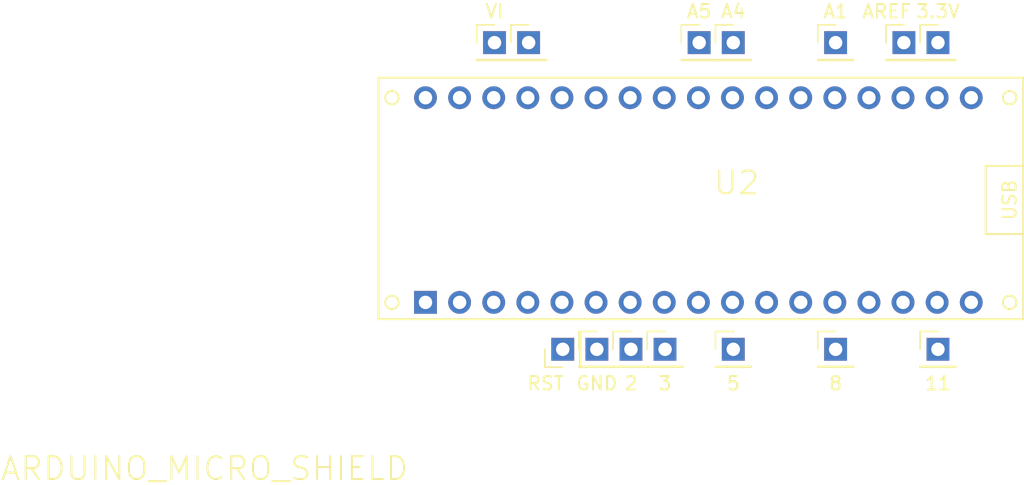
<source format=kicad_pcb>
(kicad_pcb (version 20171130) (host pcbnew "(5.1.8)-1")

  (general
    (thickness 1.6)
    (drawings 0)
    (tracks 0)
    (zones 0)
    (modules 15)
    (nets 31)
  )

  (page A4)
  (title_block
    (title "Arduino micro")
    (date 2020-11-22)
    (company "UPCH - PUCO")
  )

  (layers
    (0 F.Cu signal)
    (31 B.Cu signal)
    (32 B.Adhes user)
    (33 F.Adhes user)
    (34 B.Paste user)
    (35 F.Paste user)
    (36 B.SilkS user)
    (37 F.SilkS user)
    (38 B.Mask user)
    (39 F.Mask user)
    (40 Dwgs.User user)
    (41 Cmts.User user)
    (42 Eco1.User user)
    (43 Eco2.User user)
    (44 Edge.Cuts user)
    (45 Margin user)
    (46 B.CrtYd user)
    (47 F.CrtYd user)
    (48 B.Fab user)
    (49 F.Fab user)
  )

  (setup
    (last_trace_width 0.25)
    (trace_clearance 0.2)
    (zone_clearance 0.508)
    (zone_45_only no)
    (trace_min 0.2)
    (via_size 0.8)
    (via_drill 0.4)
    (via_min_size 0.4)
    (via_min_drill 0.3)
    (uvia_size 0.3)
    (uvia_drill 0.1)
    (uvias_allowed no)
    (uvia_min_size 0.2)
    (uvia_min_drill 0.1)
    (edge_width 0.05)
    (segment_width 0.2)
    (pcb_text_width 0.3)
    (pcb_text_size 1.5 1.5)
    (mod_edge_width 0.12)
    (mod_text_size 1 1)
    (mod_text_width 0.15)
    (pad_size 1.524 1.524)
    (pad_drill 0.762)
    (pad_to_mask_clearance 0)
    (aux_axis_origin 0 0)
    (visible_elements 7FFFFFFF)
    (pcbplotparams
      (layerselection 0x010fc_ffffffff)
      (usegerberextensions false)
      (usegerberattributes true)
      (usegerberadvancedattributes true)
      (creategerberjobfile true)
      (excludeedgelayer true)
      (linewidth 0.100000)
      (plotframeref false)
      (viasonmask false)
      (mode 1)
      (useauxorigin false)
      (hpglpennumber 1)
      (hpglpenspeed 20)
      (hpglpendiameter 15.000000)
      (psnegative false)
      (psa4output false)
      (plotreference true)
      (plotvalue true)
      (plotinvisibletext false)
      (padsonsilk false)
      (subtractmaskfromsilk false)
      (outputformat 1)
      (mirror false)
      (drillshape 1)
      (scaleselection 1)
      (outputdirectory ""))
  )

  (net 0 "")
  (net 1 "Net-(U2-PadRST)")
  (net 2 "Net-(U2-PadSCK)")
  (net 3 "Net-(U2-PadMI)")
  (net 4 "Net-(U2-PadGND)")
  (net 5 "Net-(U2-Pad5V)")
  (net 6 "Net-(U2-PadNC)")
  (net 7 "Net-(U2-PadA3)")
  (net 8 "Net-(U2-PadA2)")
  (net 9 "Net-(U2-PadA0)")
  (net 10 GND)
  (net 11 "Net-(U2-PadMO)")
  (net 12 "Net-(U2-PadSS)")
  (net 13 "Net-(U2-PadTX)")
  (net 14 "Net-(U2-PadRX)")
  (net 15 "Net-(U2-Pad2)")
  (net 16 "Net-(U2-Pad3)")
  (net 17 "Net-(U2-Pad4)")
  (net 18 "Net-(U2-Pad5)")
  (net 19 "Net-(U2-Pad6)")
  (net 20 "Net-(U2-Pad7)")
  (net 21 "Net-(U2-Pad8)")
  (net 22 "Net-(U2-Pad9)")
  (net 23 "Net-(U2-Pad10)")
  (net 24 "Net-(U2-Pad11)")
  (net 25 "Net-(U2-PadVI)")
  (net 26 "Net-(U2-PadA5)")
  (net 27 "Net-(U2-PadA4)")
  (net 28 "Net-(U2-PadA1)")
  (net 29 "Net-(U2-PadAREF)")
  (net 30 "Net-(U2-Pad3.3V)")

  (net_class Default "This is the default net class."
    (clearance 0.2)
    (trace_width 0.25)
    (via_dia 0.8)
    (via_drill 0.4)
    (uvia_dia 0.3)
    (uvia_drill 0.1)
    (add_net GND)
    (add_net "Net-(U2-Pad10)")
    (add_net "Net-(U2-Pad11)")
    (add_net "Net-(U2-Pad2)")
    (add_net "Net-(U2-Pad3)")
    (add_net "Net-(U2-Pad3.3V)")
    (add_net "Net-(U2-Pad4)")
    (add_net "Net-(U2-Pad5)")
    (add_net "Net-(U2-Pad5V)")
    (add_net "Net-(U2-Pad6)")
    (add_net "Net-(U2-Pad7)")
    (add_net "Net-(U2-Pad8)")
    (add_net "Net-(U2-Pad9)")
    (add_net "Net-(U2-PadA0)")
    (add_net "Net-(U2-PadA1)")
    (add_net "Net-(U2-PadA2)")
    (add_net "Net-(U2-PadA3)")
    (add_net "Net-(U2-PadA4)")
    (add_net "Net-(U2-PadA5)")
    (add_net "Net-(U2-PadAREF)")
    (add_net "Net-(U2-PadGND)")
    (add_net "Net-(U2-PadMI)")
    (add_net "Net-(U2-PadMO)")
    (add_net "Net-(U2-PadNC)")
    (add_net "Net-(U2-PadRST)")
    (add_net "Net-(U2-PadRX)")
    (add_net "Net-(U2-PadSCK)")
    (add_net "Net-(U2-PadSS)")
    (add_net "Net-(U2-PadTX)")
    (add_net "Net-(U2-PadVI)")
  )

  (module arduino_micro_shield:ARDUINO_MICRO_SHIELD (layer F.Cu) (tedit 5AD0BFAC) (tstamp 5FBC5D03)
    (at 109.47 105.705001)
    (tags "ARDUINO, MICRO")
    (path /5FBBB9F4)
    (fp_text reference U2 (at 26.67 -10.16) (layer F.SilkS)
      (effects (font (size 1.7 1.7) (thickness 0.15)))
    )
    (fp_text value ARDUINO_MICRO_SHIELD (at -12.95 11.134999) (layer F.SilkS)
      (effects (font (size 1.7 1.7) (thickness 0.15)))
    )
    (fp_circle (center 1 -1.254) (end 1.5 -1.254) (layer F.SilkS) (width 0.15))
    (fp_circle (center 1 -16.51) (end 1.5 -16.51) (layer F.SilkS) (width 0.15))
    (fp_circle (center 47 -1.254) (end 47.5 -1.254) (layer F.SilkS) (width 0.15))
    (fp_circle (center 47 -16.51) (end 47.5 -16.51) (layer F.SilkS) (width 0.15))
    (fp_line (start 0 -18) (end 48 -18) (layer F.SilkS) (width 0.15))
    (fp_line (start 48 -18) (end 48 0) (layer F.SilkS) (width 0.15))
    (fp_line (start 48 0) (end 0 0) (layer F.SilkS) (width 0.15))
    (fp_line (start 0 0) (end 0 -18) (layer F.SilkS) (width 0.15))
    (fp_line (start 48.006 -6.35) (end 45.212 -6.35) (layer F.SilkS) (width 0.15))
    (fp_line (start 45.212 -6.35) (end 45.212 -11.43) (layer F.SilkS) (width 0.15))
    (fp_line (start 45.212 -11.43) (end 48.006 -11.43) (layer F.SilkS) (width 0.15))
    (fp_text user USB (at 46.99 -8.89 90) (layer F.SilkS)
      (effects (font (size 1 1) (thickness 0.15)))
    )
    (pad SCK thru_hole circle (at 3.5 -16.51) (size 1.7 1.7) (drill 1) (layers *.Cu *.Mask)
      (net 2 "Net-(U2-PadSCK)"))
    (pad MI thru_hole circle (at 6.04 -16.51) (size 1.7 1.7) (drill 1) (layers *.Cu *.Mask)
      (net 3 "Net-(U2-PadMI)"))
    (pad VI thru_hole circle (at 8.58 -16.51) (size 1.7 1.7) (drill 1) (layers *.Cu *.Mask)
      (net 25 "Net-(U2-PadVI)"))
    (pad GND thru_hole circle (at 11.12 -16.51) (size 1.7 1.7) (drill 1) (layers *.Cu *.Mask)
      (net 4 "Net-(U2-PadGND)"))
    (pad RST thru_hole circle (at 13.66 -16.51) (size 1.7 1.7) (drill 1) (layers *.Cu *.Mask)
      (net 1 "Net-(U2-PadRST)"))
    (pad 5V thru_hole circle (at 16.2 -16.51) (size 1.7 1.7) (drill 1) (layers *.Cu *.Mask)
      (net 5 "Net-(U2-Pad5V)"))
    (pad NC thru_hole circle (at 18.74 -16.51) (size 1.7 1.7) (drill 1) (layers *.Cu *.Mask)
      (net 6 "Net-(U2-PadNC)"))
    (pad NC thru_hole circle (at 21.28 -16.51) (size 1.7 1.7) (drill 1) (layers *.Cu *.Mask)
      (net 6 "Net-(U2-PadNC)"))
    (pad A5 thru_hole circle (at 23.82 -16.51) (size 1.7 1.7) (drill 1) (layers *.Cu *.Mask)
      (net 26 "Net-(U2-PadA5)"))
    (pad A4 thru_hole circle (at 26.36 -16.51) (size 1.7 1.7) (drill 1) (layers *.Cu *.Mask)
      (net 27 "Net-(U2-PadA4)"))
    (pad A3 thru_hole circle (at 28.9 -16.51) (size 1.7 1.7) (drill 1) (layers *.Cu *.Mask)
      (net 7 "Net-(U2-PadA3)"))
    (pad A2 thru_hole circle (at 31.44 -16.51) (size 1.7 1.7) (drill 1) (layers *.Cu *.Mask)
      (net 8 "Net-(U2-PadA2)"))
    (pad A1 thru_hole circle (at 33.98 -16.51) (size 1.7 1.7) (drill 1) (layers *.Cu *.Mask)
      (net 28 "Net-(U2-PadA1)"))
    (pad A0 thru_hole circle (at 36.52 -16.51) (size 1.7 1.7) (drill 1) (layers *.Cu *.Mask)
      (net 9 "Net-(U2-PadA0)"))
    (pad AREF thru_hole circle (at 39.06 -16.51) (size 1.7 1.7) (drill 1) (layers *.Cu *.Mask)
      (net 29 "Net-(U2-PadAREF)"))
    (pad 3.3V thru_hole circle (at 41.6 -16.51) (size 1.7 1.7) (drill 1) (layers *.Cu *.Mask)
      (net 30 "Net-(U2-Pad3.3V)"))
    (pad 13 thru_hole circle (at 44.14 -16.51) (size 1.7 1.7) (drill 1) (layers *.Cu *.Mask)
      (net 10 GND))
    (pad MO thru_hole rect (at 3.5 -1.254) (size 1.7 1.7) (drill 1) (layers *.Cu *.Mask)
      (net 11 "Net-(U2-PadMO)"))
    (pad SS thru_hole circle (at 6.04 -1.254) (size 1.7 1.7) (drill 1) (layers *.Cu *.Mask)
      (net 12 "Net-(U2-PadSS)"))
    (pad TX thru_hole circle (at 8.58 -1.254) (size 1.7 1.7) (drill 1) (layers *.Cu *.Mask)
      (net 13 "Net-(U2-PadTX)"))
    (pad RX thru_hole circle (at 11.12 -1.254) (size 1.7 1.7) (drill 1) (layers *.Cu *.Mask)
      (net 14 "Net-(U2-PadRX)"))
    (pad RST thru_hole circle (at 13.66 -1.254) (size 1.7 1.7) (drill 1) (layers *.Cu *.Mask)
      (net 1 "Net-(U2-PadRST)"))
    (pad GND thru_hole circle (at 16.2 -1.254) (size 1.7 1.7) (drill 1) (layers *.Cu *.Mask)
      (net 4 "Net-(U2-PadGND)"))
    (pad 2 thru_hole circle (at 18.74 -1.254) (size 1.7 1.7) (drill 1) (layers *.Cu *.Mask)
      (net 15 "Net-(U2-Pad2)"))
    (pad 3 thru_hole circle (at 21.28 -1.254) (size 1.7 1.7) (drill 1) (layers *.Cu *.Mask)
      (net 16 "Net-(U2-Pad3)"))
    (pad 4 thru_hole circle (at 23.82 -1.254) (size 1.7 1.7) (drill 1) (layers *.Cu *.Mask)
      (net 17 "Net-(U2-Pad4)"))
    (pad 5 thru_hole circle (at 26.36 -1.254) (size 1.7 1.7) (drill 1) (layers *.Cu *.Mask)
      (net 18 "Net-(U2-Pad5)"))
    (pad 6 thru_hole circle (at 28.9 -1.254) (size 1.7 1.7) (drill 1) (layers *.Cu *.Mask)
      (net 19 "Net-(U2-Pad6)"))
    (pad 7 thru_hole circle (at 31.44 -1.254) (size 1.7 1.7) (drill 1) (layers *.Cu *.Mask)
      (net 20 "Net-(U2-Pad7)"))
    (pad 8 thru_hole circle (at 33.98 -1.254) (size 1.7 1.7) (drill 1) (layers *.Cu *.Mask)
      (net 21 "Net-(U2-Pad8)"))
    (pad 9 thru_hole circle (at 36.52 -1.254) (size 1.7 1.7) (drill 1) (layers *.Cu *.Mask)
      (net 22 "Net-(U2-Pad9)"))
    (pad 10 thru_hole circle (at 39.06 -1.254) (size 1.7 1.7) (drill 1) (layers *.Cu *.Mask)
      (net 23 "Net-(U2-Pad10)"))
    (pad 11 thru_hole circle (at 41.6 -1.254) (size 1.7 1.7) (drill 1) (layers *.Cu *.Mask)
      (net 24 "Net-(U2-Pad11)"))
    (pad 12 thru_hole circle (at 44.14 -1.254) (size 1.7 1.7) (drill 1) (layers *.Cu *.Mask)
      (net 10 GND))
  )

  (module Connector_PinHeader_2.54mm:PinHeader_1x01_P2.54mm_Vertical (layer F.Cu) (tedit 59FED5CC) (tstamp 5FBCD383)
    (at 123.19 107.95 90)
    (descr "Through hole straight pin header, 1x01, 2.54mm pitch, single row")
    (tags "Through hole pin header THT 1x01 2.54mm single row")
    (path /5FBE7131)
    (fp_text reference RST (at -2.54 -1.27 180) (layer F.SilkS)
      (effects (font (size 1 1) (thickness 0.15)))
    )
    (fp_text value Conn_01x01_Male (at -3.81 0 180) (layer F.Fab) hide
      (effects (font (size 1 1) (thickness 0.15)))
    )
    (fp_line (start 1.8 -1.8) (end -1.8 -1.8) (layer F.CrtYd) (width 0.05))
    (fp_line (start 1.8 1.8) (end 1.8 -1.8) (layer F.CrtYd) (width 0.05))
    (fp_line (start -1.8 1.8) (end 1.8 1.8) (layer F.CrtYd) (width 0.05))
    (fp_line (start -1.8 -1.8) (end -1.8 1.8) (layer F.CrtYd) (width 0.05))
    (fp_line (start -1.33 -1.33) (end 0 -1.33) (layer F.SilkS) (width 0.12))
    (fp_line (start -1.33 0) (end -1.33 -1.33) (layer F.SilkS) (width 0.12))
    (fp_line (start -1.33 1.27) (end 1.33 1.27) (layer F.SilkS) (width 0.12))
    (fp_line (start 1.33 1.27) (end 1.33 1.33) (layer F.SilkS) (width 0.12))
    (fp_line (start -1.33 1.27) (end -1.33 1.33) (layer F.SilkS) (width 0.12))
    (fp_line (start -1.33 1.33) (end 1.33 1.33) (layer F.SilkS) (width 0.12))
    (fp_line (start -1.27 -0.635) (end -0.635 -1.27) (layer F.Fab) (width 0.1))
    (fp_line (start -1.27 1.27) (end -1.27 -0.635) (layer F.Fab) (width 0.1))
    (fp_line (start 1.27 1.27) (end -1.27 1.27) (layer F.Fab) (width 0.1))
    (fp_line (start 1.27 -1.27) (end 1.27 1.27) (layer F.Fab) (width 0.1))
    (fp_line (start -0.635 -1.27) (end 1.27 -1.27) (layer F.Fab) (width 0.1))
    (fp_text user %R (at 0 0 90) (layer F.Fab)
      (effects (font (size 1 1) (thickness 0.15)))
    )
    (pad 1 thru_hole rect (at 0 0 90) (size 1.7 1.7) (drill 1) (layers *.Cu *.Mask)
      (net 1 "Net-(U2-PadRST)"))
    (model ${KISYS3DMOD}/Connector_PinHeader_2.54mm.3dshapes/PinHeader_1x01_P2.54mm_Vertical.wrl
      (at (xyz 0 0 0))
      (scale (xyz 1 1 1))
      (rotate (xyz 0 0 0))
    )
  )

  (module Connector_PinHeader_2.54mm:PinHeader_1x01_P2.54mm_Vertical (layer F.Cu) (tedit 59FED5CC) (tstamp 5FBCD3AB)
    (at 120.65 85.09)
    (descr "Through hole straight pin header, 1x01, 2.54mm pitch, single row")
    (tags "Through hole pin header THT 1x01 2.54mm single row")
    (path /5FBE7034)
    (fp_text reference GND (at 0 -2.33) (layer F.SilkS) hide
      (effects (font (size 1 1) (thickness 0.15)))
    )
    (fp_text value Conn_01x01_Male (at 0 2.33) (layer F.Fab) hide
      (effects (font (size 1 1) (thickness 0.15)))
    )
    (fp_text user %R (at 2.54 1.27 90) (layer F.Fab) hide
      (effects (font (size 1 1) (thickness 0.15)))
    )
    (fp_line (start -0.635 -1.27) (end 1.27 -1.27) (layer F.Fab) (width 0.1))
    (fp_line (start 1.27 -1.27) (end 1.27 1.27) (layer F.Fab) (width 0.1))
    (fp_line (start 1.27 1.27) (end -1.27 1.27) (layer F.Fab) (width 0.1))
    (fp_line (start -1.27 1.27) (end -1.27 -0.635) (layer F.Fab) (width 0.1))
    (fp_line (start -1.27 -0.635) (end -0.635 -1.27) (layer F.Fab) (width 0.1))
    (fp_line (start -1.33 1.33) (end 1.33 1.33) (layer F.SilkS) (width 0.12))
    (fp_line (start -1.33 1.27) (end -1.33 1.33) (layer F.SilkS) (width 0.12))
    (fp_line (start 1.33 1.27) (end 1.33 1.33) (layer F.SilkS) (width 0.12))
    (fp_line (start -1.33 1.27) (end 1.33 1.27) (layer F.SilkS) (width 0.12))
    (fp_line (start -1.33 0) (end -1.33 -1.33) (layer F.SilkS) (width 0.12))
    (fp_line (start -1.33 -1.33) (end 0 -1.33) (layer F.SilkS) (width 0.12))
    (fp_line (start -1.8 -1.8) (end -1.8 1.8) (layer F.CrtYd) (width 0.05))
    (fp_line (start -1.8 1.8) (end 1.8 1.8) (layer F.CrtYd) (width 0.05))
    (fp_line (start 1.8 1.8) (end 1.8 -1.8) (layer F.CrtYd) (width 0.05))
    (fp_line (start 1.8 -1.8) (end -1.8 -1.8) (layer F.CrtYd) (width 0.05))
    (pad 1 thru_hole rect (at 0 0) (size 1.7 1.7) (drill 1) (layers *.Cu *.Mask)
      (net 4 "Net-(U2-PadGND)"))
    (model ${KISYS3DMOD}/Connector_PinHeader_2.54mm.3dshapes/PinHeader_1x01_P2.54mm_Vertical.wrl
      (at (xyz 0 0 0))
      (scale (xyz 1 1 1))
      (rotate (xyz 0 0 0))
    )
  )

  (module Connector_PinHeader_2.54mm:PinHeader_1x01_P2.54mm_Vertical (layer F.Cu) (tedit 59FED5CC) (tstamp 5FBCD3C0)
    (at 128.27 107.95)
    (descr "Through hole straight pin header, 1x01, 2.54mm pitch, single row")
    (tags "Through hole pin header THT 1x01 2.54mm single row")
    (path /5FBE7469)
    (fp_text reference 2 (at 0 2.54) (layer F.SilkS)
      (effects (font (size 1 1) (thickness 0.15)))
    )
    (fp_text value Conn_01x01_Male (at 0 2.33) (layer F.Fab) hide
      (effects (font (size 1 1) (thickness 0.15)))
    )
    (fp_line (start 1.8 -1.8) (end -1.8 -1.8) (layer F.CrtYd) (width 0.05))
    (fp_line (start 1.8 1.8) (end 1.8 -1.8) (layer F.CrtYd) (width 0.05))
    (fp_line (start -1.8 1.8) (end 1.8 1.8) (layer F.CrtYd) (width 0.05))
    (fp_line (start -1.8 -1.8) (end -1.8 1.8) (layer F.CrtYd) (width 0.05))
    (fp_line (start -1.33 -1.33) (end 0 -1.33) (layer F.SilkS) (width 0.12))
    (fp_line (start -1.33 0) (end -1.33 -1.33) (layer F.SilkS) (width 0.12))
    (fp_line (start -1.33 1.27) (end 1.33 1.27) (layer F.SilkS) (width 0.12))
    (fp_line (start 1.33 1.27) (end 1.33 1.33) (layer F.SilkS) (width 0.12))
    (fp_line (start -1.33 1.27) (end -1.33 1.33) (layer F.SilkS) (width 0.12))
    (fp_line (start -1.33 1.33) (end 1.33 1.33) (layer F.SilkS) (width 0.12))
    (fp_line (start -1.27 -0.635) (end -0.635 -1.27) (layer F.Fab) (width 0.1))
    (fp_line (start -1.27 1.27) (end -1.27 -0.635) (layer F.Fab) (width 0.1))
    (fp_line (start 1.27 1.27) (end -1.27 1.27) (layer F.Fab) (width 0.1))
    (fp_line (start 1.27 -1.27) (end 1.27 1.27) (layer F.Fab) (width 0.1))
    (fp_line (start -0.635 -1.27) (end 1.27 -1.27) (layer F.Fab) (width 0.1))
    (fp_text user %R (at 0 0 90) (layer F.Fab)
      (effects (font (size 1 1) (thickness 0.15)))
    )
    (pad 1 thru_hole rect (at 0 0) (size 1.7 1.7) (drill 1) (layers *.Cu *.Mask)
      (net 15 "Net-(U2-Pad2)"))
    (model ${KISYS3DMOD}/Connector_PinHeader_2.54mm.3dshapes/PinHeader_1x01_P2.54mm_Vertical.wrl
      (at (xyz 0 0 0))
      (scale (xyz 1 1 1))
      (rotate (xyz 0 0 0))
    )
  )

  (module Connector_PinHeader_2.54mm:PinHeader_1x01_P2.54mm_Vertical (layer F.Cu) (tedit 59FED5CC) (tstamp 5FBCD3D5)
    (at 130.81 107.95)
    (descr "Through hole straight pin header, 1x01, 2.54mm pitch, single row")
    (tags "Through hole pin header THT 1x01 2.54mm single row")
    (path /5FBE7949)
    (fp_text reference 3 (at 0 2.54) (layer F.SilkS)
      (effects (font (size 1 1) (thickness 0.15)))
    )
    (fp_text value Conn_01x01_Male (at 0 2.33) (layer F.Fab) hide
      (effects (font (size 1 1) (thickness 0.15)))
    )
    (fp_text user %R (at 0 0 90) (layer F.Fab)
      (effects (font (size 1 1) (thickness 0.15)))
    )
    (fp_line (start -0.635 -1.27) (end 1.27 -1.27) (layer F.Fab) (width 0.1))
    (fp_line (start 1.27 -1.27) (end 1.27 1.27) (layer F.Fab) (width 0.1))
    (fp_line (start 1.27 1.27) (end -1.27 1.27) (layer F.Fab) (width 0.1))
    (fp_line (start -1.27 1.27) (end -1.27 -0.635) (layer F.Fab) (width 0.1))
    (fp_line (start -1.27 -0.635) (end -0.635 -1.27) (layer F.Fab) (width 0.1))
    (fp_line (start -1.33 1.33) (end 1.33 1.33) (layer F.SilkS) (width 0.12))
    (fp_line (start -1.33 1.27) (end -1.33 1.33) (layer F.SilkS) (width 0.12))
    (fp_line (start 1.33 1.27) (end 1.33 1.33) (layer F.SilkS) (width 0.12))
    (fp_line (start -1.33 1.27) (end 1.33 1.27) (layer F.SilkS) (width 0.12))
    (fp_line (start -1.33 0) (end -1.33 -1.33) (layer F.SilkS) (width 0.12))
    (fp_line (start -1.33 -1.33) (end 0 -1.33) (layer F.SilkS) (width 0.12))
    (fp_line (start -1.8 -1.8) (end -1.8 1.8) (layer F.CrtYd) (width 0.05))
    (fp_line (start -1.8 1.8) (end 1.8 1.8) (layer F.CrtYd) (width 0.05))
    (fp_line (start 1.8 1.8) (end 1.8 -1.8) (layer F.CrtYd) (width 0.05))
    (fp_line (start 1.8 -1.8) (end -1.8 -1.8) (layer F.CrtYd) (width 0.05))
    (pad 1 thru_hole rect (at 0 0) (size 1.7 1.7) (drill 1) (layers *.Cu *.Mask)
      (net 16 "Net-(U2-Pad3)"))
    (model ${KISYS3DMOD}/Connector_PinHeader_2.54mm.3dshapes/PinHeader_1x01_P2.54mm_Vertical.wrl
      (at (xyz 0 0 0))
      (scale (xyz 1 1 1))
      (rotate (xyz 0 0 0))
    )
  )

  (module Connector_PinHeader_2.54mm:PinHeader_1x01_P2.54mm_Vertical (layer F.Cu) (tedit 59FED5CC) (tstamp 5FBCD3EA)
    (at 135.89 107.95)
    (descr "Through hole straight pin header, 1x01, 2.54mm pitch, single row")
    (tags "Through hole pin header THT 1x01 2.54mm single row")
    (path /5FBE7DBB)
    (fp_text reference 5 (at 0 2.54) (layer F.SilkS)
      (effects (font (size 1 1) (thickness 0.15)))
    )
    (fp_text value Conn_01x01_Male (at 0 2.33) (layer F.Fab) hide
      (effects (font (size 1 1) (thickness 0.15)))
    )
    (fp_line (start 1.8 -1.8) (end -1.8 -1.8) (layer F.CrtYd) (width 0.05))
    (fp_line (start 1.8 1.8) (end 1.8 -1.8) (layer F.CrtYd) (width 0.05))
    (fp_line (start -1.8 1.8) (end 1.8 1.8) (layer F.CrtYd) (width 0.05))
    (fp_line (start -1.8 -1.8) (end -1.8 1.8) (layer F.CrtYd) (width 0.05))
    (fp_line (start -1.33 -1.33) (end 0 -1.33) (layer F.SilkS) (width 0.12))
    (fp_line (start -1.33 0) (end -1.33 -1.33) (layer F.SilkS) (width 0.12))
    (fp_line (start -1.33 1.27) (end 1.33 1.27) (layer F.SilkS) (width 0.12))
    (fp_line (start 1.33 1.27) (end 1.33 1.33) (layer F.SilkS) (width 0.12))
    (fp_line (start -1.33 1.27) (end -1.33 1.33) (layer F.SilkS) (width 0.12))
    (fp_line (start -1.33 1.33) (end 1.33 1.33) (layer F.SilkS) (width 0.12))
    (fp_line (start -1.27 -0.635) (end -0.635 -1.27) (layer F.Fab) (width 0.1))
    (fp_line (start -1.27 1.27) (end -1.27 -0.635) (layer F.Fab) (width 0.1))
    (fp_line (start 1.27 1.27) (end -1.27 1.27) (layer F.Fab) (width 0.1))
    (fp_line (start 1.27 -1.27) (end 1.27 1.27) (layer F.Fab) (width 0.1))
    (fp_line (start -0.635 -1.27) (end 1.27 -1.27) (layer F.Fab) (width 0.1))
    (fp_text user %R (at 0 0 90) (layer F.Fab)
      (effects (font (size 1 1) (thickness 0.15)))
    )
    (pad 1 thru_hole rect (at 0 0) (size 1.7 1.7) (drill 1) (layers *.Cu *.Mask)
      (net 18 "Net-(U2-Pad5)"))
    (model ${KISYS3DMOD}/Connector_PinHeader_2.54mm.3dshapes/PinHeader_1x01_P2.54mm_Vertical.wrl
      (at (xyz 0 0 0))
      (scale (xyz 1 1 1))
      (rotate (xyz 0 0 0))
    )
  )

  (module Connector_PinHeader_2.54mm:PinHeader_1x01_P2.54mm_Vertical (layer F.Cu) (tedit 59FED5CC) (tstamp 5FBCD3FF)
    (at 143.51 107.95)
    (descr "Through hole straight pin header, 1x01, 2.54mm pitch, single row")
    (tags "Through hole pin header THT 1x01 2.54mm single row")
    (path /5FBE8407)
    (fp_text reference 8 (at 0 2.54) (layer F.SilkS)
      (effects (font (size 1 1) (thickness 0.15)))
    )
    (fp_text value Conn_01x01_Male (at 0 2.33) (layer F.Fab)
      (effects (font (size 1 1) (thickness 0.15)))
    )
    (fp_text user %R (at 0 3.81 180) (layer F.Fab) hide
      (effects (font (size 1 1) (thickness 0.15)) (justify left))
    )
    (fp_line (start -0.635 -1.27) (end 1.27 -1.27) (layer F.Fab) (width 0.1))
    (fp_line (start 1.27 -1.27) (end 1.27 1.27) (layer F.Fab) (width 0.1))
    (fp_line (start 1.27 1.27) (end -1.27 1.27) (layer F.Fab) (width 0.1))
    (fp_line (start -1.27 1.27) (end -1.27 -0.635) (layer F.Fab) (width 0.1))
    (fp_line (start -1.27 -0.635) (end -0.635 -1.27) (layer F.Fab) (width 0.1))
    (fp_line (start -1.33 1.33) (end 1.33 1.33) (layer F.SilkS) (width 0.12))
    (fp_line (start -1.33 1.27) (end -1.33 1.33) (layer F.SilkS) (width 0.12))
    (fp_line (start 1.33 1.27) (end 1.33 1.33) (layer F.SilkS) (width 0.12))
    (fp_line (start -1.33 1.27) (end 1.33 1.27) (layer F.SilkS) (width 0.12))
    (fp_line (start -1.33 0) (end -1.33 -1.33) (layer F.SilkS) (width 0.12))
    (fp_line (start -1.33 -1.33) (end 0 -1.33) (layer F.SilkS) (width 0.12))
    (fp_line (start -1.8 -1.8) (end -1.8 1.8) (layer F.CrtYd) (width 0.05))
    (fp_line (start -1.8 1.8) (end 1.8 1.8) (layer F.CrtYd) (width 0.05))
    (fp_line (start 1.8 1.8) (end 1.8 -1.8) (layer F.CrtYd) (width 0.05))
    (fp_line (start 1.8 -1.8) (end -1.8 -1.8) (layer F.CrtYd) (width 0.05))
    (pad 1 thru_hole rect (at 0 0) (size 1.7 1.7) (drill 1) (layers *.Cu *.Mask)
      (net 21 "Net-(U2-Pad8)"))
    (model ${KISYS3DMOD}/Connector_PinHeader_2.54mm.3dshapes/PinHeader_1x01_P2.54mm_Vertical.wrl
      (at (xyz 0 0 0))
      (scale (xyz 1 1 1))
      (rotate (xyz 0 0 0))
    )
  )

  (module Connector_PinHeader_2.54mm:PinHeader_1x01_P2.54mm_Vertical (layer F.Cu) (tedit 59FED5CC) (tstamp 5FBCD414)
    (at 151.13 107.95)
    (descr "Through hole straight pin header, 1x01, 2.54mm pitch, single row")
    (tags "Through hole pin header THT 1x01 2.54mm single row")
    (path /5FBE89EC)
    (fp_text reference 11 (at 0 2.54) (layer F.SilkS)
      (effects (font (size 1 1) (thickness 0.15)))
    )
    (fp_text value Conn_01x01_Male (at 0 2.33) (layer F.Fab) hide
      (effects (font (size 1 1) (thickness 0.15)))
    )
    (fp_line (start 1.8 -1.8) (end -1.8 -1.8) (layer F.CrtYd) (width 0.05))
    (fp_line (start 1.8 1.8) (end 1.8 -1.8) (layer F.CrtYd) (width 0.05))
    (fp_line (start -1.8 1.8) (end 1.8 1.8) (layer F.CrtYd) (width 0.05))
    (fp_line (start -1.8 -1.8) (end -1.8 1.8) (layer F.CrtYd) (width 0.05))
    (fp_line (start -1.33 -1.33) (end 0 -1.33) (layer F.SilkS) (width 0.12))
    (fp_line (start -1.33 0) (end -1.33 -1.33) (layer F.SilkS) (width 0.12))
    (fp_line (start -1.33 1.27) (end 1.33 1.27) (layer F.SilkS) (width 0.12))
    (fp_line (start 1.33 1.27) (end 1.33 1.33) (layer F.SilkS) (width 0.12))
    (fp_line (start -1.33 1.27) (end -1.33 1.33) (layer F.SilkS) (width 0.12))
    (fp_line (start -1.33 1.33) (end 1.33 1.33) (layer F.SilkS) (width 0.12))
    (fp_line (start -1.27 -0.635) (end -0.635 -1.27) (layer F.Fab) (width 0.1))
    (fp_line (start -1.27 1.27) (end -1.27 -0.635) (layer F.Fab) (width 0.1))
    (fp_line (start 1.27 1.27) (end -1.27 1.27) (layer F.Fab) (width 0.1))
    (fp_line (start 1.27 -1.27) (end 1.27 1.27) (layer F.Fab) (width 0.1))
    (fp_line (start -0.635 -1.27) (end 1.27 -1.27) (layer F.Fab) (width 0.1))
    (fp_text user %R (at 0 0 90) (layer F.Fab)
      (effects (font (size 1 1) (thickness 0.15)))
    )
    (pad 1 thru_hole rect (at 0 0) (size 1.7 1.7) (drill 1) (layers *.Cu *.Mask)
      (net 24 "Net-(U2-Pad11)"))
    (model ${KISYS3DMOD}/Connector_PinHeader_2.54mm.3dshapes/PinHeader_1x01_P2.54mm_Vertical.wrl
      (at (xyz 0 0 0))
      (scale (xyz 1 1 1))
      (rotate (xyz 0 0 0))
    )
  )

  (module Connector_PinHeader_2.54mm:PinHeader_1x01_P2.54mm_Vertical (layer F.Cu) (tedit 59FED5CC) (tstamp 5FBCD429)
    (at 118.11 85.09)
    (descr "Through hole straight pin header, 1x01, 2.54mm pitch, single row")
    (tags "Through hole pin header THT 1x01 2.54mm single row")
    (path /5FBE9536)
    (fp_text reference VI (at 0 -2.33) (layer F.SilkS)
      (effects (font (size 1 1) (thickness 0.15)))
    )
    (fp_text value Conn_01x01_Male (at 0 2.33) (layer F.Fab) hide
      (effects (font (size 1 1) (thickness 0.15)))
    )
    (fp_text user %R (at 0 0 90) (layer F.Fab)
      (effects (font (size 1 1) (thickness 0.15)))
    )
    (fp_line (start -0.635 -1.27) (end 1.27 -1.27) (layer F.Fab) (width 0.1))
    (fp_line (start 1.27 -1.27) (end 1.27 1.27) (layer F.Fab) (width 0.1))
    (fp_line (start 1.27 1.27) (end -1.27 1.27) (layer F.Fab) (width 0.1))
    (fp_line (start -1.27 1.27) (end -1.27 -0.635) (layer F.Fab) (width 0.1))
    (fp_line (start -1.27 -0.635) (end -0.635 -1.27) (layer F.Fab) (width 0.1))
    (fp_line (start -1.33 1.33) (end 1.33 1.33) (layer F.SilkS) (width 0.12))
    (fp_line (start -1.33 1.27) (end -1.33 1.33) (layer F.SilkS) (width 0.12))
    (fp_line (start 1.33 1.27) (end 1.33 1.33) (layer F.SilkS) (width 0.12))
    (fp_line (start -1.33 1.27) (end 1.33 1.27) (layer F.SilkS) (width 0.12))
    (fp_line (start -1.33 0) (end -1.33 -1.33) (layer F.SilkS) (width 0.12))
    (fp_line (start -1.33 -1.33) (end 0 -1.33) (layer F.SilkS) (width 0.12))
    (fp_line (start -1.8 -1.8) (end -1.8 1.8) (layer F.CrtYd) (width 0.05))
    (fp_line (start -1.8 1.8) (end 1.8 1.8) (layer F.CrtYd) (width 0.05))
    (fp_line (start 1.8 1.8) (end 1.8 -1.8) (layer F.CrtYd) (width 0.05))
    (fp_line (start 1.8 -1.8) (end -1.8 -1.8) (layer F.CrtYd) (width 0.05))
    (pad 1 thru_hole rect (at 0 0) (size 1.7 1.7) (drill 1) (layers *.Cu *.Mask)
      (net 25 "Net-(U2-PadVI)"))
    (model ${KISYS3DMOD}/Connector_PinHeader_2.54mm.3dshapes/PinHeader_1x01_P2.54mm_Vertical.wrl
      (at (xyz 0 0 0))
      (scale (xyz 1 1 1))
      (rotate (xyz 0 0 0))
    )
  )

  (module Connector_PinHeader_2.54mm:PinHeader_1x01_P2.54mm_Vertical (layer F.Cu) (tedit 59FED5CC) (tstamp 5FBCD43E)
    (at 125.73 107.95)
    (descr "Through hole straight pin header, 1x01, 2.54mm pitch, single row")
    (tags "Through hole pin header THT 1x01 2.54mm single row")
    (path /5FBE973E)
    (fp_text reference GND (at 0 2.54) (layer F.SilkS)
      (effects (font (size 1 1) (thickness 0.15)))
    )
    (fp_text value Conn_01x01_Male (at 0 2.33) (layer F.Fab) hide
      (effects (font (size 1 1) (thickness 0.15)))
    )
    (fp_line (start 1.8 -1.8) (end -1.8 -1.8) (layer F.CrtYd) (width 0.05))
    (fp_line (start 1.8 1.8) (end 1.8 -1.8) (layer F.CrtYd) (width 0.05))
    (fp_line (start -1.8 1.8) (end 1.8 1.8) (layer F.CrtYd) (width 0.05))
    (fp_line (start -1.8 -1.8) (end -1.8 1.8) (layer F.CrtYd) (width 0.05))
    (fp_line (start -1.33 -1.33) (end 0 -1.33) (layer F.SilkS) (width 0.12))
    (fp_line (start -1.33 0) (end -1.33 -1.33) (layer F.SilkS) (width 0.12))
    (fp_line (start -1.33 1.27) (end 1.33 1.27) (layer F.SilkS) (width 0.12))
    (fp_line (start 1.33 1.27) (end 1.33 1.33) (layer F.SilkS) (width 0.12))
    (fp_line (start -1.33 1.27) (end -1.33 1.33) (layer F.SilkS) (width 0.12))
    (fp_line (start -1.33 1.33) (end 1.33 1.33) (layer F.SilkS) (width 0.12))
    (fp_line (start -1.27 -0.635) (end -0.635 -1.27) (layer F.Fab) (width 0.1))
    (fp_line (start -1.27 1.27) (end -1.27 -0.635) (layer F.Fab) (width 0.1))
    (fp_line (start 1.27 1.27) (end -1.27 1.27) (layer F.Fab) (width 0.1))
    (fp_line (start 1.27 -1.27) (end 1.27 1.27) (layer F.Fab) (width 0.1))
    (fp_line (start -0.635 -1.27) (end 1.27 -1.27) (layer F.Fab) (width 0.1))
    (fp_text user %R (at 0 0 90) (layer F.Fab)
      (effects (font (size 1 1) (thickness 0.15)))
    )
    (pad 1 thru_hole rect (at 0 0) (size 1.7 1.7) (drill 1) (layers *.Cu *.Mask)
      (net 4 "Net-(U2-PadGND)"))
    (model ${KISYS3DMOD}/Connector_PinHeader_2.54mm.3dshapes/PinHeader_1x01_P2.54mm_Vertical.wrl
      (at (xyz 0 0 0))
      (scale (xyz 1 1 1))
      (rotate (xyz 0 0 0))
    )
  )

  (module Connector_PinHeader_2.54mm:PinHeader_1x01_P2.54mm_Vertical (layer F.Cu) (tedit 59FED5CC) (tstamp 5FBCD453)
    (at 133.35 85.09)
    (descr "Through hole straight pin header, 1x01, 2.54mm pitch, single row")
    (tags "Through hole pin header THT 1x01 2.54mm single row")
    (path /5FBE9B01)
    (fp_text reference A5 (at 0 -2.33) (layer F.SilkS)
      (effects (font (size 1 1) (thickness 0.15)))
    )
    (fp_text value Conn_01x01_Male (at 0 2.33) (layer F.Fab) hide
      (effects (font (size 1 1) (thickness 0.15)))
    )
    (fp_text user %R (at 2.54 0 90) (layer F.Fab) hide
      (effects (font (size 1 1) (thickness 0.15)))
    )
    (fp_line (start -0.635 -1.27) (end 1.27 -1.27) (layer F.Fab) (width 0.1))
    (fp_line (start 1.27 -1.27) (end 1.27 1.27) (layer F.Fab) (width 0.1))
    (fp_line (start 1.27 1.27) (end -1.27 1.27) (layer F.Fab) (width 0.1))
    (fp_line (start -1.27 1.27) (end -1.27 -0.635) (layer F.Fab) (width 0.1))
    (fp_line (start -1.27 -0.635) (end -0.635 -1.27) (layer F.Fab) (width 0.1))
    (fp_line (start -1.33 1.33) (end 1.33 1.33) (layer F.SilkS) (width 0.12))
    (fp_line (start -1.33 1.27) (end -1.33 1.33) (layer F.SilkS) (width 0.12))
    (fp_line (start 1.33 1.27) (end 1.33 1.33) (layer F.SilkS) (width 0.12))
    (fp_line (start -1.33 1.27) (end 1.33 1.27) (layer F.SilkS) (width 0.12))
    (fp_line (start -1.33 0) (end -1.33 -1.33) (layer F.SilkS) (width 0.12))
    (fp_line (start -1.33 -1.33) (end 0 -1.33) (layer F.SilkS) (width 0.12))
    (fp_line (start -1.8 -1.8) (end -1.8 1.8) (layer F.CrtYd) (width 0.05))
    (fp_line (start -1.8 1.8) (end 1.8 1.8) (layer F.CrtYd) (width 0.05))
    (fp_line (start 1.8 1.8) (end 1.8 -1.8) (layer F.CrtYd) (width 0.05))
    (fp_line (start 1.8 -1.8) (end -1.8 -1.8) (layer F.CrtYd) (width 0.05))
    (pad 1 thru_hole rect (at 0 0) (size 1.7 1.7) (drill 1) (layers *.Cu *.Mask)
      (net 26 "Net-(U2-PadA5)"))
    (model ${KISYS3DMOD}/Connector_PinHeader_2.54mm.3dshapes/PinHeader_1x01_P2.54mm_Vertical.wrl
      (at (xyz 0 0 0))
      (scale (xyz 1 1 1))
      (rotate (xyz 0 0 0))
    )
  )

  (module Connector_PinHeader_2.54mm:PinHeader_1x01_P2.54mm_Vertical (layer F.Cu) (tedit 59FED5CC) (tstamp 5FBCD468)
    (at 135.89 85.09)
    (descr "Through hole straight pin header, 1x01, 2.54mm pitch, single row")
    (tags "Through hole pin header THT 1x01 2.54mm single row")
    (path /5FBE9D8B)
    (fp_text reference A4 (at 0 -2.33) (layer F.SilkS)
      (effects (font (size 1 1) (thickness 0.15)))
    )
    (fp_text value Conn_01x01_Male (at 0 2.33) (layer F.Fab) hide
      (effects (font (size 1 1) (thickness 0.15)))
    )
    (fp_line (start 1.8 -1.8) (end -1.8 -1.8) (layer F.CrtYd) (width 0.05))
    (fp_line (start 1.8 1.8) (end 1.8 -1.8) (layer F.CrtYd) (width 0.05))
    (fp_line (start -1.8 1.8) (end 1.8 1.8) (layer F.CrtYd) (width 0.05))
    (fp_line (start -1.8 -1.8) (end -1.8 1.8) (layer F.CrtYd) (width 0.05))
    (fp_line (start -1.33 -1.33) (end 0 -1.33) (layer F.SilkS) (width 0.12))
    (fp_line (start -1.33 0) (end -1.33 -1.33) (layer F.SilkS) (width 0.12))
    (fp_line (start -1.33 1.27) (end 1.33 1.27) (layer F.SilkS) (width 0.12))
    (fp_line (start 1.33 1.27) (end 1.33 1.33) (layer F.SilkS) (width 0.12))
    (fp_line (start -1.33 1.27) (end -1.33 1.33) (layer F.SilkS) (width 0.12))
    (fp_line (start -1.33 1.33) (end 1.33 1.33) (layer F.SilkS) (width 0.12))
    (fp_line (start -1.27 -0.635) (end -0.635 -1.27) (layer F.Fab) (width 0.1))
    (fp_line (start -1.27 1.27) (end -1.27 -0.635) (layer F.Fab) (width 0.1))
    (fp_line (start 1.27 1.27) (end -1.27 1.27) (layer F.Fab) (width 0.1))
    (fp_line (start 1.27 -1.27) (end 1.27 1.27) (layer F.Fab) (width 0.1))
    (fp_line (start -0.635 -1.27) (end 1.27 -1.27) (layer F.Fab) (width 0.1))
    (fp_text user %R (at 0 0 90) (layer F.Fab)
      (effects (font (size 1 1) (thickness 0.15)))
    )
    (pad 1 thru_hole rect (at 0 0) (size 1.7 1.7) (drill 1) (layers *.Cu *.Mask)
      (net 27 "Net-(U2-PadA4)"))
    (model ${KISYS3DMOD}/Connector_PinHeader_2.54mm.3dshapes/PinHeader_1x01_P2.54mm_Vertical.wrl
      (at (xyz 0 0 0))
      (scale (xyz 1 1 1))
      (rotate (xyz 0 0 0))
    )
  )

  (module Connector_PinHeader_2.54mm:PinHeader_1x01_P2.54mm_Vertical (layer F.Cu) (tedit 59FED5CC) (tstamp 5FBCD47D)
    (at 143.51 85.09)
    (descr "Through hole straight pin header, 1x01, 2.54mm pitch, single row")
    (tags "Through hole pin header THT 1x01 2.54mm single row")
    (path /5FBE9F47)
    (fp_text reference A1 (at 0 -2.33) (layer F.SilkS)
      (effects (font (size 1 1) (thickness 0.15)))
    )
    (fp_text value Conn_01x01_Male (at 0 2.33) (layer F.Fab) hide
      (effects (font (size 1 1) (thickness 0.15)))
    )
    (fp_text user %R (at 0 0 90) (layer F.Fab)
      (effects (font (size 1 1) (thickness 0.15)))
    )
    (fp_line (start -0.635 -1.27) (end 1.27 -1.27) (layer F.Fab) (width 0.1))
    (fp_line (start 1.27 -1.27) (end 1.27 1.27) (layer F.Fab) (width 0.1))
    (fp_line (start 1.27 1.27) (end -1.27 1.27) (layer F.Fab) (width 0.1))
    (fp_line (start -1.27 1.27) (end -1.27 -0.635) (layer F.Fab) (width 0.1))
    (fp_line (start -1.27 -0.635) (end -0.635 -1.27) (layer F.Fab) (width 0.1))
    (fp_line (start -1.33 1.33) (end 1.33 1.33) (layer F.SilkS) (width 0.12))
    (fp_line (start -1.33 1.27) (end -1.33 1.33) (layer F.SilkS) (width 0.12))
    (fp_line (start 1.33 1.27) (end 1.33 1.33) (layer F.SilkS) (width 0.12))
    (fp_line (start -1.33 1.27) (end 1.33 1.27) (layer F.SilkS) (width 0.12))
    (fp_line (start -1.33 0) (end -1.33 -1.33) (layer F.SilkS) (width 0.12))
    (fp_line (start -1.33 -1.33) (end 0 -1.33) (layer F.SilkS) (width 0.12))
    (fp_line (start -1.8 -1.8) (end -1.8 1.8) (layer F.CrtYd) (width 0.05))
    (fp_line (start -1.8 1.8) (end 1.8 1.8) (layer F.CrtYd) (width 0.05))
    (fp_line (start 1.8 1.8) (end 1.8 -1.8) (layer F.CrtYd) (width 0.05))
    (fp_line (start 1.8 -1.8) (end -1.8 -1.8) (layer F.CrtYd) (width 0.05))
    (pad 1 thru_hole rect (at 0 0) (size 1.7 1.7) (drill 1) (layers *.Cu *.Mask)
      (net 28 "Net-(U2-PadA1)"))
    (model ${KISYS3DMOD}/Connector_PinHeader_2.54mm.3dshapes/PinHeader_1x01_P2.54mm_Vertical.wrl
      (at (xyz 0 0 0))
      (scale (xyz 1 1 1))
      (rotate (xyz 0 0 0))
    )
  )

  (module Connector_PinHeader_2.54mm:PinHeader_1x01_P2.54mm_Vertical (layer F.Cu) (tedit 59FED5CC) (tstamp 5FBCD492)
    (at 148.59 85.09)
    (descr "Through hole straight pin header, 1x01, 2.54mm pitch, single row")
    (tags "Through hole pin header THT 1x01 2.54mm single row")
    (path /5FBE9F97)
    (fp_text reference AREF (at -1.27 -2.33) (layer F.SilkS)
      (effects (font (size 1 1) (thickness 0.15)))
    )
    (fp_text value Conn_01x01_Male (at 0 2.54) (layer F.Fab) hide
      (effects (font (size 1 1) (thickness 0.15)))
    )
    (fp_line (start 1.8 -1.8) (end -1.8 -1.8) (layer F.CrtYd) (width 0.05))
    (fp_line (start 1.8 1.8) (end 1.8 -1.8) (layer F.CrtYd) (width 0.05))
    (fp_line (start -1.8 1.8) (end 1.8 1.8) (layer F.CrtYd) (width 0.05))
    (fp_line (start -1.8 -1.8) (end -1.8 1.8) (layer F.CrtYd) (width 0.05))
    (fp_line (start -1.33 -1.33) (end 0 -1.33) (layer F.SilkS) (width 0.12))
    (fp_line (start -1.33 0) (end -1.33 -1.33) (layer F.SilkS) (width 0.12))
    (fp_line (start -1.33 1.27) (end 1.33 1.27) (layer F.SilkS) (width 0.12))
    (fp_line (start 1.33 1.27) (end 1.33 1.33) (layer F.SilkS) (width 0.12))
    (fp_line (start -1.33 1.27) (end -1.33 1.33) (layer F.SilkS) (width 0.12))
    (fp_line (start -1.33 1.33) (end 1.33 1.33) (layer F.SilkS) (width 0.12))
    (fp_line (start -1.27 -0.635) (end -0.635 -1.27) (layer F.Fab) (width 0.1))
    (fp_line (start -1.27 1.27) (end -1.27 -0.635) (layer F.Fab) (width 0.1))
    (fp_line (start 1.27 1.27) (end -1.27 1.27) (layer F.Fab) (width 0.1))
    (fp_line (start 1.27 -1.27) (end 1.27 1.27) (layer F.Fab) (width 0.1))
    (fp_line (start -0.635 -1.27) (end 1.27 -1.27) (layer F.Fab) (width 0.1))
    (fp_text user %R (at 2.54 0 90) (layer F.Fab) hide
      (effects (font (size 1 1) (thickness 0.15)))
    )
    (pad 1 thru_hole rect (at 0 0) (size 1.7 1.7) (drill 1) (layers *.Cu *.Mask)
      (net 29 "Net-(U2-PadAREF)"))
    (model ${KISYS3DMOD}/Connector_PinHeader_2.54mm.3dshapes/PinHeader_1x01_P2.54mm_Vertical.wrl
      (at (xyz 0 0 0))
      (scale (xyz 1 1 1))
      (rotate (xyz 0 0 0))
    )
  )

  (module Connector_PinHeader_2.54mm:PinHeader_1x01_P2.54mm_Vertical (layer F.Cu) (tedit 59FED5CC) (tstamp 5FBCD4A7)
    (at 151.13 85.09)
    (descr "Through hole straight pin header, 1x01, 2.54mm pitch, single row")
    (tags "Through hole pin header THT 1x01 2.54mm single row")
    (path /5FBEA0FC)
    (fp_text reference 3.3V (at 0 -2.33) (layer F.SilkS)
      (effects (font (size 1 1) (thickness 0.15)))
    )
    (fp_text value Conn_01x01_Male (at 0 2.54) (layer F.Fab) hide
      (effects (font (size 1 1) (thickness 0.15)))
    )
    (fp_text user %R (at 2.54 0 90) (layer F.Fab) hide
      (effects (font (size 1 1) (thickness 0.15)))
    )
    (fp_line (start -0.635 -1.27) (end 1.27 -1.27) (layer F.Fab) (width 0.1))
    (fp_line (start 1.27 -1.27) (end 1.27 1.27) (layer F.Fab) (width 0.1))
    (fp_line (start 1.27 1.27) (end -1.27 1.27) (layer F.Fab) (width 0.1))
    (fp_line (start -1.27 1.27) (end -1.27 -0.635) (layer F.Fab) (width 0.1))
    (fp_line (start -1.27 -0.635) (end -0.635 -1.27) (layer F.Fab) (width 0.1))
    (fp_line (start -1.33 1.33) (end 1.33 1.33) (layer F.SilkS) (width 0.12))
    (fp_line (start -1.33 1.27) (end -1.33 1.33) (layer F.SilkS) (width 0.12))
    (fp_line (start 1.33 1.27) (end 1.33 1.33) (layer F.SilkS) (width 0.12))
    (fp_line (start -1.33 1.27) (end 1.33 1.27) (layer F.SilkS) (width 0.12))
    (fp_line (start -1.33 0) (end -1.33 -1.33) (layer F.SilkS) (width 0.12))
    (fp_line (start -1.33 -1.33) (end 0 -1.33) (layer F.SilkS) (width 0.12))
    (fp_line (start -1.8 -1.8) (end -1.8 1.8) (layer F.CrtYd) (width 0.05))
    (fp_line (start -1.8 1.8) (end 1.8 1.8) (layer F.CrtYd) (width 0.05))
    (fp_line (start 1.8 1.8) (end 1.8 -1.8) (layer F.CrtYd) (width 0.05))
    (fp_line (start 1.8 -1.8) (end -1.8 -1.8) (layer F.CrtYd) (width 0.05))
    (pad 1 thru_hole rect (at 0 0) (size 1.7 1.7) (drill 1) (layers *.Cu *.Mask)
      (net 30 "Net-(U2-Pad3.3V)"))
    (model ${KISYS3DMOD}/Connector_PinHeader_2.54mm.3dshapes/PinHeader_1x01_P2.54mm_Vertical.wrl
      (at (xyz 0 0 0))
      (scale (xyz 1 1 1))
      (rotate (xyz 0 0 0))
    )
  )

)

</source>
